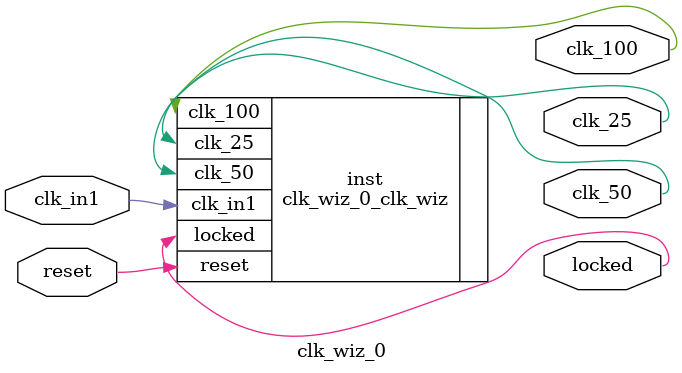
<source format=v>


`timescale 1ps/1ps

(* CORE_GENERATION_INFO = "clk_wiz_0,clk_wiz_v6_0_6_0_0,{component_name=clk_wiz_0,use_phase_alignment=true,use_min_o_jitter=false,use_max_i_jitter=false,use_dyn_phase_shift=false,use_inclk_switchover=false,use_dyn_reconfig=false,enable_axi=0,feedback_source=FDBK_AUTO,PRIMITIVE=PLL,num_out_clk=3,clkin1_period=4.167,clkin2_period=10.0,use_power_down=false,use_reset=true,use_locked=true,use_inclk_stopped=false,feedback_type=SINGLE,CLOCK_MGR_TYPE=NA,manual_override=false}" *)

module clk_wiz_0 
 (
  // Clock out ports
  output        clk_100,
  output        clk_50,
  output        clk_25,
  // Status and control signals
  input         reset,
  output        locked,
 // Clock in ports
  input         clk_in1
 );

  clk_wiz_0_clk_wiz inst
  (
  // Clock out ports  
  .clk_100(clk_100),
  .clk_50(clk_50),
  .clk_25(clk_25),
  // Status and control signals               
  .reset(reset), 
  .locked(locked),
 // Clock in ports
  .clk_in1(clk_in1)
  );

endmodule

</source>
